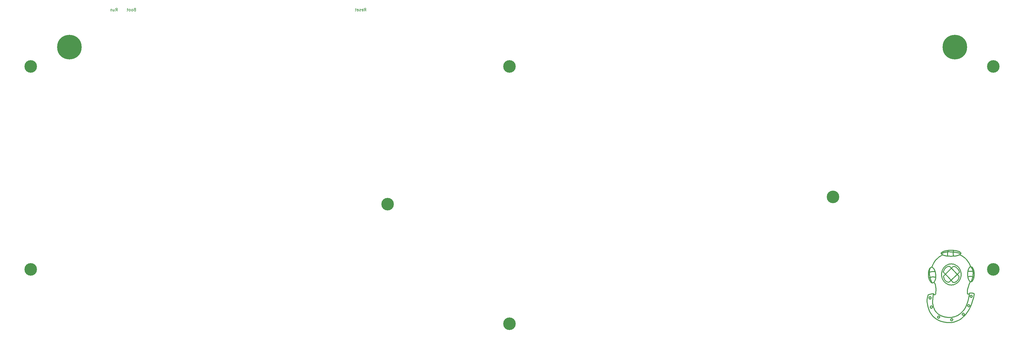
<source format=gbl>
%TF.GenerationSoftware,KiCad,Pcbnew,(5.1.12)-1*%
%TF.CreationDate,2021-12-08T00:32:09-08:00*%
%TF.ProjectId,PyKey87-bottom,50794b65-7938-4372-9d62-6f74746f6d2e,rev?*%
%TF.SameCoordinates,Original*%
%TF.FileFunction,Copper,L2,Bot*%
%TF.FilePolarity,Positive*%
%FSLAX46Y46*%
G04 Gerber Fmt 4.6, Leading zero omitted, Abs format (unit mm)*
G04 Created by KiCad (PCBNEW (5.1.12)-1) date 2021-12-08 00:32:09*
%MOMM*%
%LPD*%
G01*
G04 APERTURE LIST*
%TA.AperFunction,NonConductor*%
%ADD10C,0.360000*%
%TD*%
%TA.AperFunction,NonConductor*%
%ADD11C,0.150000*%
%TD*%
%TA.AperFunction,ComponentPad*%
%ADD12C,4.400000*%
%TD*%
%TA.AperFunction,ComponentPad*%
%ADD13C,8.600000*%
%TD*%
G04 APERTURE END LIST*
D10*
X395409885Y-134276167D02*
X395401065Y-134704387D01*
X388428765Y-127578601D02*
X388427685Y-127260433D01*
X385875663Y-137029447D02*
X386197682Y-137249227D01*
X385801935Y-126861949D02*
X386305809Y-126796411D01*
X395170485Y-132924295D02*
X395301705Y-133381567D01*
X386473766Y-127154413D02*
X386456685Y-127413037D01*
X382294414Y-135900867D02*
X382210034Y-136378365D01*
X395105504Y-133599367D02*
X394766205Y-133558507D01*
X386464731Y-127678555D02*
X386503809Y-127944559D01*
X381478886Y-137582242D02*
X381232048Y-137646216D01*
X391974405Y-128503729D02*
X392551485Y-128950885D01*
X389951385Y-127045927D02*
X390341985Y-127149229D01*
X393528884Y-130003057D02*
X393919125Y-130602637D01*
X381529365Y-130787659D02*
X381911703Y-130161781D01*
X388427685Y-127260433D02*
X388451625Y-126960176D01*
X380593881Y-132223890D02*
X380717893Y-132176803D01*
X386197682Y-137249227D02*
X386528936Y-137385847D01*
X380240025Y-132919507D02*
X380152221Y-133372387D01*
X395379105Y-133833727D02*
X395409885Y-134276167D01*
X395401065Y-134704387D02*
X395359845Y-135113707D01*
X379932371Y-136002904D02*
X379823966Y-135493751D01*
X381221600Y-131454505D02*
X381529365Y-130787659D01*
X381706620Y-137416255D02*
X381478886Y-137582242D01*
X386676483Y-126316063D02*
X386559987Y-126683246D01*
X384081369Y-128166517D02*
X384757521Y-127819405D01*
X395292885Y-135499447D02*
X395110725Y-136182187D01*
X395146185Y-135440948D02*
X395336625Y-135513848D01*
X380847603Y-132156990D02*
X380979297Y-132165511D01*
X380717893Y-132176803D02*
X380847603Y-132156990D01*
X385339101Y-126961147D02*
X385801935Y-126861949D01*
X384319563Y-127488727D02*
X384585657Y-127271755D01*
X390341985Y-127149229D02*
X390663105Y-127261045D01*
X395336625Y-135513848D02*
X395641905Y-135710047D01*
X393641565Y-135400447D02*
X394371105Y-135344827D01*
X386503809Y-127944559D02*
X386579733Y-128204677D01*
X382363341Y-129581785D02*
X382879005Y-129052639D01*
X394766205Y-133558507D02*
X394427445Y-133557247D01*
X395301705Y-133381567D02*
X395379105Y-133833727D01*
X379872352Y-133412908D02*
X380000000Y-133000000D01*
X390668505Y-127780939D02*
X391345125Y-128112841D01*
X380365131Y-132394172D02*
X380593881Y-132223890D01*
X382879005Y-129052639D02*
X383453439Y-128579239D01*
X380000000Y-133000000D02*
X380165705Y-132656588D01*
X386456685Y-127413037D02*
X386464731Y-127678555D01*
X380378517Y-132469759D02*
X380240025Y-132919507D01*
X380165705Y-132656588D02*
X380365131Y-132394172D01*
X384585657Y-127271755D02*
X384929583Y-127096813D01*
X380728225Y-137458520D02*
X380490531Y-137215742D01*
X386559987Y-126683246D02*
X386473766Y-127154413D01*
X381232048Y-137646216D02*
X380977765Y-137603890D01*
X385582911Y-136739647D02*
X385875663Y-137029447D01*
X382210034Y-136378365D02*
X382079655Y-136803278D01*
X393071325Y-129451573D02*
X393528884Y-130003057D01*
X391345125Y-128112841D02*
X391974405Y-128503729D01*
X379748730Y-134402513D02*
X379787137Y-133884137D01*
X380993667Y-132157387D02*
X381221600Y-131454505D01*
X392551485Y-128950885D02*
X393071325Y-129451573D01*
X379787137Y-133884137D02*
X379872352Y-133412908D01*
X394237185Y-131247577D02*
X394477845Y-131935159D01*
X386999763Y-126237710D02*
X387676365Y-126217459D01*
X386999763Y-128286902D02*
X386355291Y-128227645D01*
X379761508Y-134956860D02*
X379748730Y-134402513D01*
X393919125Y-130602637D02*
X394237185Y-131247577D01*
X382318166Y-134846417D02*
X382331044Y-135385450D01*
X380082924Y-136470252D02*
X379932371Y-136002904D01*
X380271837Y-136881372D02*
X380082924Y-136470252D01*
X380977765Y-137603890D02*
X380728225Y-137458520D01*
X383453439Y-128579239D02*
X384081369Y-128166517D01*
X384224163Y-127262305D02*
X384241047Y-127159039D01*
X389020245Y-128225053D02*
X388372065Y-128285947D01*
X381908976Y-137154468D02*
X381706620Y-137416255D01*
X388372065Y-128285947D02*
X387676365Y-128307169D01*
X386355291Y-126296983D02*
X386999763Y-126237710D01*
X382079655Y-136803278D02*
X381908976Y-137154468D01*
X390539085Y-127846495D02*
X390117525Y-128001133D01*
X379823966Y-135493751D02*
X379761508Y-134956860D01*
X382331044Y-135385450D02*
X382294414Y-135900867D01*
X380490531Y-137215742D02*
X380271837Y-136881372D01*
X381911703Y-130161781D02*
X382363341Y-129581785D01*
X389531085Y-149278267D02*
X389011065Y-149473387D01*
X394209824Y-141230827D02*
X394384424Y-141218947D01*
X391298685Y-148098727D02*
X390903404Y-148443607D01*
X384973233Y-149448907D02*
X384475479Y-149282767D01*
X389393205Y-131423617D02*
X389681385Y-131608909D01*
X387967785Y-151488847D02*
X387163545Y-151535287D01*
X394464345Y-137255887D02*
X394049985Y-138179107D01*
X392926425Y-148550167D02*
X392449424Y-149099167D01*
X381819597Y-137574487D02*
X381934473Y-137710027D01*
X391143705Y-133956307D02*
X391193565Y-134314867D01*
X394935225Y-144881047D02*
X394701584Y-145500967D01*
X382123275Y-138082087D02*
X382260345Y-138561427D01*
X381690501Y-137477827D02*
X381819597Y-137574487D01*
X393378404Y-140692987D02*
X393382185Y-141272227D01*
X379691817Y-141754087D02*
X380408883Y-141585247D01*
X393569745Y-139534687D02*
X393442845Y-140113747D01*
X381237333Y-144156187D02*
X381287013Y-143172127D01*
X381386823Y-142187707D02*
X381449409Y-141787207D01*
X395738385Y-141411187D02*
X395760164Y-141459247D01*
X393712305Y-141578947D02*
X393842445Y-141545287D01*
X382475553Y-147871747D02*
X382178967Y-147470527D01*
X395683485Y-141369247D02*
X395738385Y-141411187D01*
X384009243Y-149078467D02*
X383575335Y-148835647D01*
X393601065Y-141559147D02*
X393712305Y-141578947D01*
X394049985Y-138179107D02*
X393752625Y-138955447D01*
X382360784Y-140901067D02*
X382291305Y-141429187D01*
X392568765Y-146516707D02*
X392297685Y-146932687D01*
X382807689Y-148232647D02*
X382475553Y-147871747D01*
X389011065Y-149473387D02*
X388459905Y-149618827D01*
X382178967Y-147470527D02*
X381918723Y-147028627D01*
X386647539Y-149723047D02*
X386060055Y-149668687D01*
X383575335Y-148835647D02*
X383174547Y-148553767D01*
X391373385Y-150077647D02*
X390774165Y-150492727D01*
X381918723Y-147028627D02*
X381695631Y-146545687D01*
X390948944Y-133267267D02*
X391061805Y-133606207D01*
X382395902Y-140317867D02*
X382360784Y-140901067D01*
X381695631Y-146545687D02*
X381510483Y-146021347D01*
X392297685Y-146932687D02*
X391995645Y-147338407D01*
X382393184Y-139711807D02*
X382395902Y-140317867D01*
X395494665Y-141302827D02*
X395683485Y-141369247D01*
X384475479Y-149282767D02*
X384009243Y-149078467D01*
X381934473Y-137710027D02*
X382123275Y-138082087D01*
X381449409Y-141787207D02*
X381517215Y-141496687D01*
X393842445Y-141545287D02*
X393990045Y-141441247D01*
X391662645Y-147728647D02*
X391298685Y-148098727D01*
X390477165Y-148758427D02*
X390019785Y-149038327D01*
X393990045Y-141441247D02*
X394153125Y-141250447D01*
X393752625Y-138955447D02*
X393569745Y-139534687D01*
X394933965Y-141229567D02*
X395494665Y-141302827D01*
X390019785Y-149038327D02*
X389531085Y-149278267D01*
X382260345Y-138561427D02*
X382349157Y-139115468D01*
X393510704Y-141501907D02*
X393601065Y-141559147D01*
X382349157Y-139115468D02*
X382393184Y-139711807D01*
X381287013Y-143172127D02*
X381386823Y-142187707D01*
X394384424Y-141218947D02*
X394933965Y-141229567D01*
X381257276Y-144846128D02*
X381237333Y-144156187D01*
X386060055Y-149668687D02*
X385501695Y-149577427D01*
X393442845Y-140113747D02*
X393378404Y-140692987D01*
X387877245Y-149709727D02*
X387263265Y-149741227D01*
X393382185Y-141272227D02*
X393442845Y-141424147D01*
X391995645Y-147338407D02*
X391662645Y-147728647D01*
X383174547Y-148553767D02*
X382807689Y-148232647D01*
X387640886Y-150265477D02*
X388045889Y-150183086D01*
X380361903Y-135757028D02*
X380770521Y-135625447D01*
X393724789Y-146013994D02*
X393450945Y-145704431D01*
X379763943Y-134254567D02*
X379884885Y-134129107D01*
X380651726Y-146502150D02*
X380377883Y-146192587D01*
X394463167Y-142014446D02*
X394868170Y-141932055D01*
X381187889Y-146027805D02*
X381056730Y-146419759D01*
X381056730Y-146419759D02*
X380651726Y-146502150D01*
X394260951Y-145539649D02*
X394129792Y-145931603D01*
X383461983Y-149218680D02*
X383735826Y-149528242D01*
X388319733Y-150492649D02*
X388188573Y-150884602D01*
X391557851Y-148704806D02*
X391689011Y-148312852D01*
X391689011Y-148312852D02*
X392094014Y-148230461D01*
X387783570Y-150966994D02*
X387509726Y-150657431D01*
X380353875Y-133853167D02*
X380719239Y-133742467D01*
X379925445Y-142977900D02*
X380056604Y-142585946D01*
X380582835Y-136574048D02*
X380794083Y-137095327D01*
X380794083Y-137095327D02*
X381018363Y-137554867D01*
X381166034Y-135561187D02*
X381531039Y-135548227D01*
X394868170Y-141932055D02*
X395142014Y-142241617D01*
X383604667Y-149920196D02*
X383199664Y-150002587D01*
X392094014Y-148230461D02*
X392367858Y-148540024D01*
X380199289Y-143287462D02*
X379925445Y-142977900D01*
X383199664Y-150002587D02*
X382925820Y-149693025D01*
X380735451Y-142813117D02*
X380604292Y-143205071D01*
X379957569Y-135972127D02*
X380361903Y-135757028D01*
X394129792Y-145931603D02*
X393724789Y-146013994D01*
X381981705Y-133697647D02*
X382104411Y-133743187D01*
X388045889Y-150183086D02*
X388319733Y-150492649D01*
X380509042Y-145800634D02*
X380914045Y-145718242D01*
X386597733Y-131875957D02*
X386405061Y-131935231D01*
X380377883Y-146192587D02*
X380509042Y-145800634D01*
X380056604Y-142585946D02*
X380461607Y-142503555D01*
X381093315Y-133680007D02*
X381447519Y-133657507D01*
X395010854Y-142633571D02*
X394605852Y-142715962D01*
X394605852Y-142715962D02*
X394332008Y-142406400D01*
X380914045Y-145718242D02*
X381187889Y-146027805D01*
X383735826Y-149528242D02*
X383604667Y-149920196D01*
X381753195Y-133666147D02*
X381981705Y-133697647D01*
X388188573Y-150884602D02*
X387783570Y-150966994D01*
X380604292Y-143205071D02*
X380199289Y-143287462D01*
X381848145Y-135570547D02*
X382099947Y-135612307D01*
X393582104Y-145312477D02*
X393987107Y-145230086D01*
X380461607Y-142503555D02*
X380735451Y-142813117D01*
X381683319Y-141511447D02*
X381757353Y-141681727D01*
X382099947Y-135612307D02*
X382338051Y-135690068D01*
X392367858Y-148540024D02*
X392236698Y-148931978D01*
X380366943Y-135905707D02*
X380582835Y-136574048D01*
X387509726Y-150657431D02*
X387640886Y-150265477D01*
X391831695Y-149014369D02*
X391557851Y-148704806D01*
X381531039Y-135548227D02*
X381848145Y-135570547D01*
X393450945Y-145704431D02*
X393582104Y-145312477D01*
X392236698Y-148931978D02*
X391831695Y-149014369D01*
X381447519Y-133657507D02*
X381753195Y-133666147D01*
X379884885Y-134129107D02*
X380025897Y-134021107D01*
X382925820Y-149693025D02*
X383056980Y-149301071D01*
X394332008Y-142406400D02*
X394463167Y-142014446D01*
X395142014Y-142241617D02*
X395010854Y-142633571D01*
X388073085Y-137146807D02*
X388345425Y-137438407D01*
X380719239Y-133742467D02*
X381093315Y-133680007D01*
X383056980Y-149301071D02*
X383461983Y-149218680D01*
X380025897Y-134021107D02*
X380353875Y-133853167D01*
X393987107Y-145230086D02*
X394260951Y-145539649D01*
X380770521Y-135625447D02*
X381166034Y-135561187D01*
X388869045Y-131886955D02*
X388681125Y-131868163D01*
X390591825Y-133906987D02*
X390523065Y-133559947D01*
X394153125Y-141250447D02*
X394209824Y-141230827D01*
X390505065Y-134030107D02*
X390591825Y-133906987D01*
X388320945Y-131954059D02*
X385104417Y-135149887D01*
X384985797Y-133822927D02*
X384988407Y-133854607D01*
X387013496Y-131840965D02*
X386800647Y-131843683D01*
X382046253Y-141753727D02*
X382215219Y-141597487D01*
X388345425Y-137438407D02*
X388462425Y-137513827D01*
X386978936Y-137403308D02*
X388649805Y-135774667D01*
X388649805Y-135774667D02*
X390217785Y-134304967D01*
X381757353Y-141681727D02*
X381847803Y-141768127D01*
X390217785Y-134304967D02*
X390505065Y-134030107D01*
X385263195Y-133074847D02*
X385098297Y-133451047D01*
X390903404Y-148443607D02*
X390477165Y-148758427D01*
X381510483Y-146021347D02*
X381364107Y-145454887D01*
X389675805Y-137087407D02*
X389972445Y-136799048D01*
X388497525Y-131889187D02*
X388320945Y-131954059D01*
X388681125Y-131868163D02*
X388497525Y-131889187D01*
X388914045Y-137457847D02*
X389320845Y-137311327D01*
X388462425Y-137513827D02*
X388914045Y-137457847D01*
X390438825Y-135263648D02*
X387236085Y-131870323D01*
X390102045Y-132792031D02*
X389789385Y-132435865D01*
X385478421Y-132714757D02*
X385263195Y-133074847D01*
X385098297Y-133451047D02*
X384985797Y-133822927D01*
X390203925Y-136459388D02*
X390363225Y-136081567D01*
X386051451Y-132124537D02*
X385741869Y-132391171D01*
X390523065Y-133559947D02*
X390353325Y-133177627D01*
X385741869Y-132391171D02*
X385478421Y-132714757D01*
X387236085Y-131870323D02*
X387013496Y-131840965D01*
X393442845Y-141424147D02*
X393510704Y-141501907D01*
X382215219Y-141597487D02*
X382291305Y-141429187D01*
X390443865Y-135678547D02*
X390438825Y-135263648D01*
X386800647Y-131843683D02*
X386597733Y-131875957D01*
X386614959Y-135552547D02*
X388073085Y-137146807D01*
X384988407Y-133854607D02*
X386614959Y-135552547D01*
X390353325Y-133177627D02*
X390102045Y-132792031D01*
X392808705Y-146095148D02*
X392568765Y-146516707D01*
X381946749Y-141786667D02*
X382046253Y-141753727D01*
X387263265Y-149741227D02*
X386647539Y-149723047D01*
X389059125Y-131941477D02*
X388869045Y-131886955D01*
X384985797Y-133822927D02*
X384985797Y-133822927D01*
X389435145Y-132141529D02*
X389059125Y-131941477D01*
X385501695Y-149577427D02*
X384973233Y-149448907D01*
X380408883Y-141585247D02*
X381032943Y-141463207D01*
X386405061Y-131935231D02*
X386051451Y-132124537D01*
X381847803Y-141768127D02*
X381946749Y-141786667D01*
X389972445Y-136799048D02*
X390203925Y-136459388D01*
X381364107Y-145454887D02*
X381257276Y-144846128D01*
X381032943Y-141463207D02*
X381484311Y-141425947D01*
X386937267Y-137421847D02*
X386978936Y-137403308D01*
X389320845Y-137311327D02*
X389675805Y-137087407D01*
X381620337Y-141450967D02*
X381683319Y-141511447D01*
X388459905Y-149618827D02*
X387877245Y-149709727D01*
X390363225Y-136081567D02*
X390443865Y-135678547D01*
X381484311Y-141425947D02*
X381620337Y-141450967D01*
X389789385Y-132435865D02*
X389435145Y-132141529D01*
X386355291Y-128227645D02*
X385761093Y-128131615D01*
X389606505Y-126395893D02*
X390117525Y-126523495D01*
X384495927Y-135777187D02*
X384411291Y-135423487D01*
X393495225Y-134599267D02*
X393517365Y-134083387D01*
X390857324Y-127669015D02*
X390539085Y-127846495D01*
X391110765Y-127369153D02*
X391058565Y-127472887D01*
X382142868Y-133782374D02*
X382253434Y-134294314D01*
X395773665Y-134599267D02*
X395751525Y-135115147D01*
X395582324Y-136059427D02*
X395439945Y-136460287D01*
X394857825Y-137180107D02*
X394634445Y-137231047D01*
X395070405Y-137030707D02*
X394857825Y-137180107D01*
X384291105Y-127467109D02*
X384241047Y-127365589D01*
X384804177Y-126682634D02*
X385235295Y-126523495D01*
X389606505Y-128128735D02*
X389020245Y-128225053D01*
X385761093Y-126392995D02*
X386355291Y-126296983D01*
X390857324Y-126855613D02*
X391058565Y-127051741D01*
X391128585Y-127262305D02*
X391110765Y-127369153D01*
X393517365Y-135115147D02*
X393495225Y-134599267D01*
X390539085Y-126678115D02*
X390857324Y-126855613D01*
X382318166Y-134846417D02*
X382318166Y-134846417D01*
X394411244Y-137180107D02*
X394198485Y-137030707D01*
X382253434Y-134294314D02*
X382318166Y-134846417D01*
X381595156Y-132594839D02*
X381807818Y-132921905D01*
X393581985Y-135606367D02*
X393517365Y-135115147D01*
X391128585Y-127262305D02*
X391128585Y-127262305D01*
X389020245Y-126299557D02*
X389606505Y-126395893D01*
X391110765Y-127155475D02*
X391128585Y-127262305D01*
X384804177Y-127841996D02*
X384486945Y-127662158D01*
X385235295Y-126523495D02*
X385761093Y-126392995D01*
X384486945Y-126862472D02*
X384804177Y-126682634D01*
X390117525Y-126523495D02*
X390539085Y-126678115D01*
X381360287Y-132351183D02*
X381595156Y-132594839D01*
X391058565Y-127051741D02*
X391110765Y-127155475D01*
X391058565Y-127472887D02*
X390857324Y-127669015D01*
X393686745Y-136059427D02*
X393581985Y-135606367D01*
X384241047Y-127159039D02*
X384291105Y-127057519D01*
X384241047Y-127365589D02*
X384224163Y-127262305D01*
X381109136Y-132201632D02*
X381360287Y-132351183D01*
X394198485Y-137030707D02*
X394002464Y-136788967D01*
X394002464Y-136788967D02*
X393828944Y-136460287D01*
X393828944Y-136460287D02*
X393686745Y-136059427D01*
X381992377Y-133321326D02*
X382142868Y-133782374D01*
X394634445Y-137231047D02*
X394411244Y-137180107D01*
X388372065Y-126238681D02*
X389020245Y-126299557D01*
X395751525Y-135115147D02*
X395686905Y-135606367D01*
X387676365Y-126217459D02*
X388372065Y-126238681D01*
X380979297Y-132165511D02*
X381109136Y-132201632D01*
X393517365Y-134083387D02*
X393581985Y-133592167D01*
X395686905Y-135606367D02*
X395582324Y-136059427D01*
X395439945Y-136460287D02*
X395266425Y-136788967D01*
X385761093Y-128131615D02*
X385235295Y-128001133D01*
X381807818Y-132921905D02*
X381992377Y-133321326D01*
X390117525Y-128001133D02*
X389606505Y-128128735D01*
X385235295Y-128001133D02*
X384804177Y-127841996D01*
X384291105Y-127057519D02*
X384486945Y-126862472D01*
X395266425Y-136788967D02*
X395070405Y-137030707D01*
X384486945Y-127662158D02*
X384291105Y-127467109D01*
X387676365Y-128307169D02*
X386999763Y-128286902D01*
X379627845Y-146017748D02*
X379436109Y-145177687D01*
X395726145Y-142074847D02*
X395584485Y-142737427D01*
X392449424Y-149099167D02*
X391931924Y-149610727D01*
X393362565Y-147971288D02*
X392926425Y-148550167D01*
X388115385Y-131006863D02*
X388449105Y-131060377D01*
X385587411Y-151427827D02*
X384855999Y-151292467D01*
X390805665Y-132941665D02*
X390948944Y-133267267D01*
X395760164Y-141459247D02*
X395758905Y-141762367D01*
X391210304Y-134679727D02*
X391210304Y-134679727D01*
X393824624Y-143020387D02*
X393571725Y-144053407D01*
X388449105Y-131060377D02*
X388774725Y-131148343D01*
X390432525Y-132340555D02*
X390633225Y-132631975D01*
X390134085Y-150848587D02*
X389452965Y-151138207D01*
X391931924Y-149610727D02*
X391373385Y-150077647D01*
X379512393Y-142396687D02*
X379691817Y-141754087D01*
X379436109Y-145177687D02*
X379296177Y-144274808D01*
X390795765Y-136438867D02*
X390623685Y-136743247D01*
X386754639Y-138204487D02*
X386439099Y-138080468D01*
X385347435Y-132069835D02*
X385599345Y-131824657D01*
X381807627Y-149774167D02*
X381327063Y-149297707D01*
X383511741Y-150855247D02*
X382901019Y-150552307D01*
X389952465Y-131824657D02*
X390204465Y-132069835D01*
X384928053Y-136743247D02*
X384756027Y-136438867D01*
X389452965Y-151138207D02*
X388730805Y-151354028D01*
X393758204Y-147369727D02*
X393362565Y-147971288D01*
X394701584Y-145500967D02*
X394427625Y-146127187D01*
X380892021Y-148762387D02*
X380503509Y-148167307D01*
X394091384Y-141369427D02*
X394078965Y-141641587D01*
X390774165Y-150492727D02*
X390134085Y-150848587D01*
X386356947Y-151508467D02*
X385587411Y-151427827D01*
X393571725Y-144053407D02*
X393343665Y-144846128D01*
X395758905Y-141762367D02*
X395726145Y-142074847D01*
X394023884Y-142031107D02*
X393824624Y-143020387D01*
X394427625Y-146127187D02*
X394113165Y-146752507D01*
X379362705Y-143015527D02*
X379512393Y-142396687D01*
X381327063Y-149297707D02*
X380892021Y-148762387D01*
X382901019Y-150552307D02*
X382332633Y-150192127D01*
X388797225Y-138204487D02*
X388468005Y-138295567D01*
X395266425Y-132409639D02*
X395439945Y-132738301D01*
X394078965Y-141641587D02*
X394023884Y-142031107D01*
X394113165Y-146752507D02*
X393758204Y-147369727D01*
X384163755Y-151101667D02*
X383511741Y-150855247D01*
X388774725Y-131148343D02*
X389090265Y-131269753D01*
X380503509Y-148167307D02*
X380162607Y-147511927D01*
X382332633Y-150192127D02*
X381807627Y-149774167D01*
X380162607Y-147511927D02*
X379870377Y-146795527D01*
X387163545Y-151535287D02*
X386356947Y-151508467D01*
X389090265Y-131269753D02*
X389393205Y-131423617D01*
X393017864Y-145672867D02*
X392808705Y-146095148D01*
X379296177Y-144274808D02*
X379272488Y-143950087D01*
X391193565Y-134314867D02*
X391210304Y-134679727D01*
X389681385Y-131608909D02*
X389952465Y-131824657D01*
X379870377Y-146795527D02*
X379627845Y-146017748D01*
X393343665Y-144846128D02*
X393017864Y-145672867D01*
X390204465Y-132069835D02*
X390432525Y-132340555D01*
X384855999Y-151292467D02*
X384163755Y-151101667D01*
X388730805Y-151354028D02*
X387967785Y-151488847D01*
X395584485Y-142737427D02*
X395128365Y-144274808D01*
X395128365Y-144274808D02*
X394935225Y-144881047D01*
X390633225Y-132631975D02*
X390805665Y-132941665D01*
X379272488Y-143950087D02*
X379278662Y-143633827D01*
X379278662Y-143633827D02*
X379362705Y-143015527D01*
X391061805Y-133606207D02*
X391143705Y-133956307D01*
X391192664Y-135057007D02*
X391140465Y-135423487D01*
X385347435Y-137289547D02*
X385125765Y-137027467D01*
X388468005Y-138295567D02*
X388127085Y-138351367D01*
X393581985Y-133592167D02*
X393686745Y-133139107D01*
X384746109Y-132941665D02*
X384918531Y-132631975D01*
X395439945Y-132738301D02*
X395582324Y-133139107D01*
X388127085Y-138351367D02*
X387775905Y-138370447D01*
X394411244Y-132018499D02*
X394634445Y-131967469D01*
X385125765Y-137027467D02*
X384928053Y-136743247D01*
X386138877Y-137925127D02*
X385855719Y-137740087D01*
X395582324Y-133139107D02*
X395686905Y-133592167D01*
X391210304Y-134679727D02*
X391192664Y-135057007D01*
X385591317Y-137527687D02*
X385347435Y-137289547D01*
X395070405Y-132167809D02*
X395266425Y-132409639D01*
X389413005Y-137925127D02*
X389112765Y-138080468D01*
X395773665Y-134599267D02*
X395773665Y-134599267D01*
X390623685Y-136743247D02*
X390426045Y-137027467D01*
X384408123Y-133956307D02*
X384489969Y-133606207D01*
X386461635Y-131269753D02*
X386777067Y-131148343D01*
X384602937Y-133267267D02*
X384746109Y-132941665D01*
X394857825Y-132018499D02*
X395070405Y-132167809D01*
X386158695Y-131423617D02*
X386461635Y-131269753D01*
X385599345Y-131824657D02*
X385870515Y-131608909D01*
X384918531Y-132631975D02*
X385119285Y-132340555D01*
X389960565Y-137527687D02*
X389696145Y-137740087D01*
X384489969Y-133606207D02*
X384602937Y-133267267D01*
X394002464Y-132409639D02*
X394198485Y-132167809D01*
X384359253Y-135057007D02*
X384341523Y-134679727D01*
X386777067Y-131148343D02*
X387102777Y-131060377D01*
X391055865Y-135777187D02*
X390940485Y-136116307D01*
X385119285Y-132340555D02*
X385347435Y-132069835D01*
X384341523Y-134679727D02*
X384358317Y-134314867D01*
X386439099Y-138080468D02*
X386138877Y-137925127D01*
X391140465Y-135423487D02*
X391055865Y-135777187D01*
X393828944Y-132738301D02*
X394002464Y-132409639D01*
X395686905Y-133592167D02*
X395751525Y-134083387D01*
X390426045Y-137027467D02*
X390204465Y-137289547D01*
X384358317Y-134314867D02*
X384408123Y-133956307D01*
X384411291Y-135423487D02*
X384359253Y-135057007D01*
X395751525Y-134083387D02*
X395773665Y-134599267D01*
X387424725Y-138351367D02*
X387083769Y-138295567D01*
X385870515Y-131608909D02*
X386158695Y-131423617D01*
X385855719Y-137740087D02*
X385591317Y-137527687D01*
X389696145Y-137740087D02*
X389413005Y-137925127D01*
X387775905Y-130988809D02*
X388115385Y-131006863D01*
X387436425Y-131006863D02*
X387775905Y-130988809D01*
X390940485Y-136116307D02*
X390795765Y-136438867D01*
X387102777Y-131060377D02*
X387436425Y-131006863D01*
X387775905Y-138370447D02*
X387424725Y-138351367D01*
X394634445Y-131967469D02*
X394857825Y-132018499D01*
X393686745Y-133139107D02*
X393828944Y-132738301D01*
X387083769Y-138295567D02*
X386754639Y-138204487D01*
X394198485Y-132167809D02*
X394411244Y-132018499D01*
X389112765Y-138080468D02*
X388797225Y-138204487D01*
X390204465Y-137289547D02*
X389960565Y-137527687D01*
X384756027Y-136438867D02*
X384611415Y-136116307D01*
X384611415Y-136116307D02*
X384495927Y-135777187D01*
X380192505Y-135125767D02*
X380366943Y-135905707D01*
X394427445Y-133557247D02*
X393860985Y-133616647D01*
X388530465Y-126484633D02*
X388576545Y-126294463D01*
X385104417Y-135149887D02*
X385077380Y-135368767D01*
X384929583Y-127096813D02*
X385339101Y-126961147D01*
X393860985Y-133616647D02*
X393623744Y-133662187D01*
X385165167Y-136004167D02*
X385339406Y-136393508D01*
X395418344Y-133694767D02*
X395105504Y-133599367D01*
X386849463Y-137425627D02*
X386937267Y-137421847D01*
X385080171Y-135585127D02*
X385165167Y-136004167D01*
X380135211Y-134704927D02*
X380192505Y-135125767D01*
X385339406Y-136393508D02*
X385582911Y-136739647D01*
X394978785Y-132466663D02*
X395170485Y-132924295D01*
X386838447Y-126761761D02*
X387940965Y-126773929D01*
X390663105Y-127261045D02*
X390902685Y-127378621D01*
X390902685Y-127378621D02*
X391048125Y-127499149D01*
X394371105Y-135344827D02*
X394924605Y-135387307D01*
X380105564Y-134269507D02*
X380135211Y-134704927D01*
X380109309Y-133823827D02*
X380105564Y-134269507D01*
X385077380Y-135368767D02*
X385080171Y-135585127D01*
X394910925Y-136715527D02*
X394683404Y-137186407D01*
X386305809Y-126796411D02*
X386838447Y-126761761D01*
X386528936Y-137385847D02*
X386849463Y-137425627D01*
X387940965Y-126773929D02*
X389011425Y-126876097D01*
X388465845Y-127896860D02*
X388428765Y-127578601D01*
X395110725Y-136182187D02*
X394910925Y-136715527D01*
X389011425Y-126876097D02*
X389951385Y-127045927D01*
X380152221Y-133372387D02*
X380109309Y-133823827D01*
X388451625Y-126960176D02*
X388530465Y-126484633D01*
X394719225Y-132013189D02*
X394978785Y-132466663D01*
X395359845Y-135113707D02*
X395292885Y-135499447D01*
X388550265Y-128197405D02*
X388465845Y-127896860D01*
X395677545Y-133858747D02*
X395418344Y-133694767D01*
X394924605Y-135387307D02*
X395146185Y-135440948D01*
D11*
X182213095Y-42362380D02*
X182546428Y-41886190D01*
X182784523Y-42362380D02*
X182784523Y-41362380D01*
X182403571Y-41362380D01*
X182308333Y-41410000D01*
X182260714Y-41457619D01*
X182213095Y-41552857D01*
X182213095Y-41695714D01*
X182260714Y-41790952D01*
X182308333Y-41838571D01*
X182403571Y-41886190D01*
X182784523Y-41886190D01*
X181403571Y-42314761D02*
X181498809Y-42362380D01*
X181689285Y-42362380D01*
X181784523Y-42314761D01*
X181832142Y-42219523D01*
X181832142Y-41838571D01*
X181784523Y-41743333D01*
X181689285Y-41695714D01*
X181498809Y-41695714D01*
X181403571Y-41743333D01*
X181355952Y-41838571D01*
X181355952Y-41933809D01*
X181832142Y-42029047D01*
X180975000Y-42314761D02*
X180879761Y-42362380D01*
X180689285Y-42362380D01*
X180594047Y-42314761D01*
X180546428Y-42219523D01*
X180546428Y-42171904D01*
X180594047Y-42076666D01*
X180689285Y-42029047D01*
X180832142Y-42029047D01*
X180927380Y-41981428D01*
X180975000Y-41886190D01*
X180975000Y-41838571D01*
X180927380Y-41743333D01*
X180832142Y-41695714D01*
X180689285Y-41695714D01*
X180594047Y-41743333D01*
X179736904Y-42314761D02*
X179832142Y-42362380D01*
X180022619Y-42362380D01*
X180117857Y-42314761D01*
X180165476Y-42219523D01*
X180165476Y-41838571D01*
X180117857Y-41743333D01*
X180022619Y-41695714D01*
X179832142Y-41695714D01*
X179736904Y-41743333D01*
X179689285Y-41838571D01*
X179689285Y-41933809D01*
X180165476Y-42029047D01*
X179403571Y-41695714D02*
X179022619Y-41695714D01*
X179260714Y-41362380D02*
X179260714Y-42219523D01*
X179213095Y-42314761D01*
X179117857Y-42362380D01*
X179022619Y-42362380D01*
X101837619Y-41838571D02*
X101694761Y-41886190D01*
X101647142Y-41933809D01*
X101599523Y-42029047D01*
X101599523Y-42171904D01*
X101647142Y-42267142D01*
X101694761Y-42314761D01*
X101790000Y-42362380D01*
X102170952Y-42362380D01*
X102170952Y-41362380D01*
X101837619Y-41362380D01*
X101742380Y-41410000D01*
X101694761Y-41457619D01*
X101647142Y-41552857D01*
X101647142Y-41648095D01*
X101694761Y-41743333D01*
X101742380Y-41790952D01*
X101837619Y-41838571D01*
X102170952Y-41838571D01*
X101028095Y-42362380D02*
X101123333Y-42314761D01*
X101170952Y-42267142D01*
X101218571Y-42171904D01*
X101218571Y-41886190D01*
X101170952Y-41790952D01*
X101123333Y-41743333D01*
X101028095Y-41695714D01*
X100885238Y-41695714D01*
X100790000Y-41743333D01*
X100742380Y-41790952D01*
X100694761Y-41886190D01*
X100694761Y-42171904D01*
X100742380Y-42267142D01*
X100790000Y-42314761D01*
X100885238Y-42362380D01*
X101028095Y-42362380D01*
X100123333Y-42362380D02*
X100218571Y-42314761D01*
X100266190Y-42267142D01*
X100313809Y-42171904D01*
X100313809Y-41886190D01*
X100266190Y-41790952D01*
X100218571Y-41743333D01*
X100123333Y-41695714D01*
X99980476Y-41695714D01*
X99885238Y-41743333D01*
X99837619Y-41790952D01*
X99790000Y-41886190D01*
X99790000Y-42171904D01*
X99837619Y-42267142D01*
X99885238Y-42314761D01*
X99980476Y-42362380D01*
X100123333Y-42362380D01*
X99504285Y-41695714D02*
X99123333Y-41695714D01*
X99361428Y-41362380D02*
X99361428Y-42219523D01*
X99313809Y-42314761D01*
X99218571Y-42362380D01*
X99123333Y-42362380D01*
X95170952Y-42362380D02*
X95504285Y-41886190D01*
X95742380Y-42362380D02*
X95742380Y-41362380D01*
X95361428Y-41362380D01*
X95266190Y-41410000D01*
X95218571Y-41457619D01*
X95170952Y-41552857D01*
X95170952Y-41695714D01*
X95218571Y-41790952D01*
X95266190Y-41838571D01*
X95361428Y-41886190D01*
X95742380Y-41886190D01*
X94313809Y-41695714D02*
X94313809Y-42362380D01*
X94742380Y-41695714D02*
X94742380Y-42219523D01*
X94694761Y-42314761D01*
X94599523Y-42362380D01*
X94456666Y-42362380D01*
X94361428Y-42314761D01*
X94313809Y-42267142D01*
X93837619Y-41695714D02*
X93837619Y-42362380D01*
X93837619Y-41790952D02*
X93790000Y-41743333D01*
X93694761Y-41695714D01*
X93551904Y-41695714D01*
X93456666Y-41743333D01*
X93409047Y-41838571D01*
X93409047Y-42362380D01*
D12*
X65405000Y-132875000D03*
X190365000Y-110015000D03*
X346375000Y-107475000D03*
X402495000Y-132875000D03*
X233045000Y-151925000D03*
X402495000Y-61755000D03*
X233045000Y-61755000D03*
X65405000Y-61755000D03*
D13*
X389000000Y-55000000D03*
X79000000Y-55000000D03*
M02*

</source>
